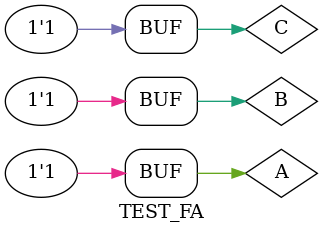
<source format=v>
`timescale 1ns / 1ps


module TEST_FA;

	// Inputs
	reg A;
	reg B;
	reg C;

	// Outputs
	wire F;

	// Instantiate the Unit Under Test (UUT)
	FA uut (
		.A(A), 
		.B(B), 
		.C(C), 
		.F(F), 
	);

	initial begin
		// Initialize Inputs
		A = 0;
		B = 0;
		C = 0;

		// Wait 100 ns for global reset to finish
		#100;
		
        
		// Add stimulus here
		
		A = 0;
		B = 0;
		C = 1;

		// Wait 100 ns for global reset to finish
		#100;
		
		A = 0;
		B = 1;
		C = 0;

		// Wait 100 ns for global reset to finish
		#100;
		
		A = 0;
		B = 1;
		C = 1;

		// Wait 100 ns for global reset to finish
		#100;
		
		A = 1;
		B = 0;
		C = 0;

		// Wait 100 ns for global reset to finish
		#100;
		
		A = 1;
		B = 1;
		C = 0;

		// Wait 100 ns for global reset to finish
		#100;
		
		A = 1;
		B = 1;
		C = 1;

		// Wait 100 ns for global reset to finish
		#100;

	end
      
endmodule


</source>
